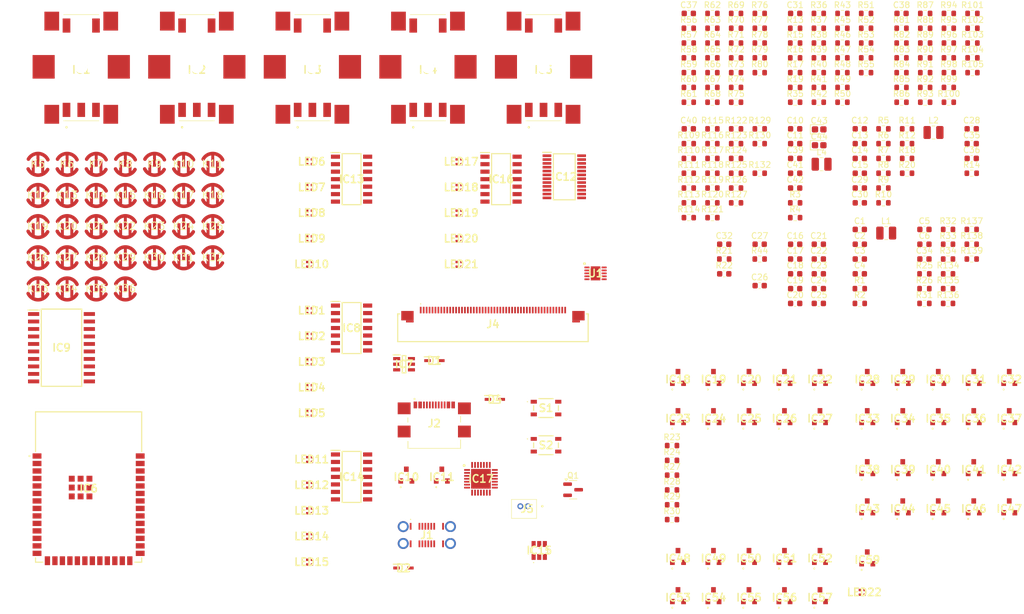
<source format=kicad_pcb>
(kicad_pcb (version 20240108) (generator "pcbnew") (generator_version "8.0")
  (layers (0 "F.Cu" signal) (31 "B.Cu" signal) (34 "B.Paste" user) (35 "F.Paste" user) (36 "B.SilkS" user "B.Silkscreen") (37 "F.SilkS" user "F.Silkscreen") (38 "B.Mask" user) (39 "F.Mask" user) (44 "Edge.Cuts" user))
  (net 0 "")
  (net 1 "Net-(D1-A)")
  (net 2 "/LCD/LEDA")
  (net 3 "GND")
  (net 7 "VSS")
  (net 8 "/LCD/NC")
  (net 9 "/LCD/LEDK1")
  (net 10 "/LCD/IOVCC")
  (net 11 "/LCD/SDO")
  (net 15 "Net-(IC17-TXD)")
  (net 16 "Net-(IC17-VBUS)")
  (net 22 "Net-(IC17-RXD)")
  (net 23 "Net-(IC17-SUSPENDB)")
  (net 27 "K40")
  (net 28 "K41")
  (net 29 "Net-(IC7-FB)")
  (net 30 "Net-(IC7-OV)")
  (net 31 "G3")
  (net 32 "LCD_CS")
  (net 33 "B1")
  (net 34 "G5")
  (net 35 "LCD_SDA")
  (net 36 "LCD_SCK")
  (net 37 "B3")
  (net 38 "R4")
  (net 39 "B4")
  (net 40 "HSYNC")
  (net 41 "R5")
  (net 42 "B5")
  (net 43 "PCLK")
  (net 44 "R2")
  (net 45 "R3")
  (net 46 "LCD_RST")
  (net 47 "G4")
  (net 48 "G1")
  (net 49 "B2")
  (net 50 "VSYNC")
  (net 51 "G2")
  (net 52 "DE")
  (net 53 "R1")
  (net 54 "RXD0")
  (net 55 "TXD0")
  (net 56 "CHIP_PU")
  (net 57 "BOOT")
  (net 58 "BAT_ADC")
  (net 59 "BL_PWM")
  (net 60 "SDA")
  (net 61 "SCL")
  (net 62 "EN_A0")
  (net 63 "EN_B0")
  (net 64 "K0")
  (net 65 "P4")
  (net 66 "K1")
  (net 67 "K2")
  (net 68 "K3")
  (net 69 "K4")
  (net 75 "OE")
  (net 77 "/LCD/B0")
  (net 78 "/LCD/R0")
  (net 81 "D_P")
  (net 82 "D_N")
  (net 83 "Net-(J1-CC1)")
  (net 84 "Net-(J1-CC2)")
  (net 89 "/UART/USB_DP")
  (net 90 "Net-(J2-PadB5)")
  (net 91 "Net-(J2-PadA5)")
  (net 92 "/UART/USB_DN")
  (net 93 "/UART/DTR")
  (net 95 "/UART/RTS")
  (net 97 "Net-(IC17-RSTB)")
  (net 100 "Net-(IC10-B)")
  (net 101 "Net-(IC10-C)")
  (net 102 "Net-(IC11-B)")
  (net 103 "Net-(IC11-C)")
  (net 108 "+3V3")
  (net 109 "EN_B1")
  (net 110 "EN_A1")
  (net 111 "EN_B2")
  (net 112 "EN_A2")
  (net 113 "EN_A3")
  (net 114 "EN_B3")
  (net 115 "EN_A4")
  (net 116 "EN_B4")
  (net 117 "Net-(IC12-~{INT})")
  (net 118 "Net-(IC7-CTRL)")
  (net 119 "G0")
  (net 120 "VBUS")
  (net 121 "/Battery/VBAT")
  (net 125 "K00")
  (net 126 "K01")
  (net 127 "K02")
  (net 128 "K03")
  (net 129 "K04")
  (net 130 "K42")
  (net 131 "K43")
  (net 132 "K44")
  (net 133 "Net-(LED1-B)")
  (net 134 "Net-(LED2-B)")
  (net 135 "Net-(LED3-B)")
  (net 136 "Net-(LED4-B)")
  (net 137 "Net-(LED5-B)")
  (net 138 "Net-(IC18-B)")
  (net 139 "Net-(IC18-E)")
  (net 140 "Net-(IC19-C)")
  (net 141 "Net-(IC19-E)")
  (net 142 "Net-(IC20-E)")
  (net 143 "Net-(IC20-B)")
  (net 144 "Net-(IC21-E)")
  (net 145 "Net-(IC21-C)")
  (net 146 "Net-(IC22-B)")
  (net 147 "Net-(IC22-E)")
  (net 148 "Net-(IC23-C)")
  (net 149 "Net-(IC23-E)")
  (net 150 "Net-(IC24-B)")
  (net 151 "Net-(IC24-E)")
  (net 152 "Net-(IC25-E)")
  (net 153 "Net-(IC25-C)")
  (net 154 "Net-(IC26-E)")
  (net 155 "Net-(IC26-B)")
  (net 156 "/LED1/P02")
  (net 157 "/LED1/P00")
  (net 158 "+3.3V")
  (net 159 "P0")
  (net 160 "/LED1/P04")
  (net 161 "/LED1/P01")
  (net 162 "/LED1/P03")
  (net 163 "P2")
  (net 164 "K30")
  (net 165 "P1")
  (net 166 "/LED2/P14")
  (net 169 "/LED2/P12")
  (net 170 "/LED2/P11")
  (net 171 "/LED2/P10")
  (net 173 "/LED2/P13")
  (net 174 "/LED3/P21")
  (net 175 "/LED3/P22")
  (net 176 "/LED3/P23")
  (net 179 "/LED3/P20")
  (net 180 "/LED3/P24")
  (net 182 "Net-(IC15-SW)")
  (net 183 "Net-(IC15-BST)")
  (net 186 "/LED5/P43")
  (net 187 "/LED5/P40")
  (net 188 "/LED5/P42")
  (net 189 "/LED5/P41")
  (net 191 "/LED5/P44")
  (net 192 "K10")
  (net 193 "K11")
  (net 194 "K12")
  (net 195 "K13")
  (net 196 "K14")
  (net 197 "K20")
  (net 198 "K21")
  (net 199 "K22")
  (net 200 "K23")
  (net 201 "K24")
  (net 202 "Net-(K35-P)")
  (net 203 "Net-(LED6-B)")
  (net 204 "Net-(LED7-B)")
  (net 205 "Net-(LED8-B)")
  (net 206 "Net-(LED9-B)")
  (net 207 "Net-(LED10-B)")
  (net 208 "Net-(LED11-B)")
  (net 209 "Net-(LED12-B)")
  (net 210 "Net-(LED13-B)")
  (net 211 "Net-(LED14-B)")
  (net 212 "Net-(LED15-B)")
  (net 213 "Net-(IC27-C)")
  (net 214 "Net-(LED17-B)")
  (net 215 "Net-(LED18-B)")
  (net 216 "Net-(LED19-B)")
  (net 217 "Net-(LED20-B)")
  (net 218 "Net-(LED21-B)")
  (net 219 "Net-(IC27-E)")
  (net 220 "Net-(IC28-B)")
  (net 221 "Net-(IC28-E)")
  (net 222 "Net-(IC29-C)")
  (net 223 "Net-(IC29-E)")
  (net 224 "Net-(IC30-E)")
  (net 225 "Net-(IC30-B)")
  (net 226 "Net-(IC31-C)")
  (net 227 "Net-(IC31-E)")
  (net 228 "Net-(IC32-E)")
  (net 229 "Net-(IC32-B)")
  (net 230 "Net-(IC33-C)")
  (net 231 "Net-(IC33-E)")
  (net 232 "Net-(IC34-E)")
  (net 233 "Net-(IC34-B)")
  (net 234 "Net-(IC35-E)")
  (net 235 "Net-(IC35-C)")
  (net 236 "Net-(IC36-B)")
  (net 237 "Net-(IC36-E)")
  (net 238 "Net-(IC37-C)")
  (net 239 "Net-(IC37-E)")
  (net 240 "Net-(IC38-E)")
  (net 241 "Net-(IC38-B)")
  (net 242 "Net-(IC39-C)")
  (net 243 "Net-(IC39-E)")
  (net 244 "Net-(IC40-E)")
  (net 245 "Net-(IC40-B)")
  (net 246 "Net-(IC41-C)")
  (net 247 "Net-(IC41-E)")
  (net 248 "Net-(IC42-E)")
  (net 249 "Net-(IC42-B)")
  (net 250 "Net-(IC43-C)")
  (net 251 "Net-(IC43-E)")
  (net 252 "Net-(IC44-B)")
  (net 253 "Net-(IC44-E)")
  (net 254 "Net-(IC45-C)")
  (net 255 "Net-(IC45-E)")
  (net 256 "Net-(IC46-B)")
  (net 257 "Net-(IC46-E)")
  (net 258 "Net-(IC47-C)")
  (net 259 "Net-(IC47-E)")
  (net 260 "Net-(IC48-B)")
  (net 261 "Net-(IC48-E)")
  (net 262 "Net-(IC49-E)")
  (net 263 "Net-(IC49-C)")
  (net 264 "Net-(IC50-E)")
  (net 265 "Net-(IC50-B)")
  (net 266 "Net-(IC51-E)")
  (net 267 "Net-(IC51-C)")
  (net 268 "Net-(IC52-B)")
  (net 269 "Net-(IC52-E)")
  (net 270 "Net-(IC53-E)")
  (net 271 "Net-(IC53-C)")
  (net 272 "Net-(IC54-B)")
  (net 273 "Net-(IC54-E)")
  (net 274 "Net-(IC55-C)")
  (net 275 "Net-(IC55-E)")
  (net 276 "Net-(IC56-B)")
  (net 277 "Net-(IC56-E)")
  (net 278 "Net-(IC57-C)")
  (net 279 "Net-(IC57-E)")
  (net 280 "Net-(IC59-C)")
  (net 281 "Net-(IC59-E)")
  (net 282 "Net-(IC59-B)")
  (net 283 "Net-(LED22-B)")
  (net 288 "Net-(U1-SW)")
  (net 289 "Net-(U1-PMID)")
  (net 290 "Net-(U1-ISET)")
  (net 291 "Net-(C15-Pad1)")
  (footprint "Resistor_SMD:R_0603_1608Metric" (layer "F.Cu") (at 185.935 46.47)
    (property "Reference" "R80")
    (property "Value" "4.7K")
  )
  (footprint "Capacitor_SMD:C_0603_1608Metric" (layer "F.Cu") (at 195.955 83.1)
    (property "Reference" "C24")
    (property "Value" "10nF")
  )
  (footprint "Beispiel_Schaltmatte_LED:TASTE_GROSS" (layer "F.Cu") (at 73.389999 77.790129)
    (property "Reference" "K28")
    (property "Value" "TASTE_GROSS")
  )
  (footprint "Resistor_SMD:R_0603_1608Metric" (layer "F.Cu") (at 206.915 61.02)
    (property "Reference" "R7")
    (property "Value" "NC/0R")
  )
  (footprint "Capacitor_SMD:C_0603_1608Metric" (layer "F.Cu") (at 202.905 58.51)
    (property "Reference" "C13")
    (property "Value" "1uF")
  )
  (footprint "Capacitor_SMD:C_0603_1608Metric" (layer "F.Cu") (at 213.865 78.08)
    (property "Reference" "C34")
    (property "Value" "1uF")
  )
  (footprint "Resistor_SMD:R_0603_1608Metric" (layer "F.Cu") (at 181.925 63.53)
    (property "Reference" "R125")
    (property "Value" "4.7K")
  )
  (footprint "LTRBR37G-4R4S-0125-0-2-R18:LTRBR37G4R4S012502R18" (layer "F.Cu") (at 109.59 78.985)
    (property "Reference" "LED10")
    (property "Value" "LTRBR37G-4R4S-0125-0-2-R18" (hide yes))
  )
  (footprint "Capacitor_SMD:C_0603_1608Metric" (layer "F.Cu") (at 202.905 75.57)
    (property "Reference" "C2")
    (property "Value" "1uF")
  )
  (footprint "Resistor_SMD:R_0603_1608Metric" (layer "F.Cu") (at 173.905 61.02)
    (property "Reference" "R110")
    (property "Value" "4.7K")
  )
  (footprint "Beispiel_Schaltmatte_LED:TASTE_GROSS" (layer "F.Cu") (at 73.389999 67.224341)
    (property "Reference" "K14")
    (property "Value" "TASTE_GROSS")
  )
  (footprint "Capacitor_SMD:C_0603_1608Metric" (layer "F.Cu") (at 191.945 63.53)
    (property "Reference" "C41")
    (property "Value" "100nF/50V")
  )
  (footprint "Beispiel_Schaltmatte_LED:TASTE_GROSS" (layer "F.Cu") (at 63.510001 72.507235)
    (property "Reference" "K19")
    (property "Value" "TASTE_GROSS")
  )
  (footprint "Beispiel_Schaltmatte_LED:TASTE_GROSS" (layer "F.Cu") (at 83.269997 61.941447)
    (property "Reference" "K9")
    (property "Value" "TASTE_GROSS")
  )
  (footprint "L8050QLT1G:L8050QLT1G" (layer "F.Cu") (at 228.25 104.81)
    (property "Reference" "IC37")
    (property "Value" "L8050QLT1G" (hide yes))
  )
  (footprint "Resistor_SMD:R_0603_1608Metric" (layer "F.Cu") (at 173.905 48.98)
    (property "Reference" "R60")
    (property "Value" "4.7K")
  )
  (footprint "Resistor_SMD:R_0603_1608Metric" (layer "F.Cu") (at 171.065 109.715)
    (property "Reference" "R23")
    (property "Value" "4.7K")
  )
  (footprint "L8050QLT1G:L8050QLT1G" (layer "F.Cu") (at 196.15 104.81)
    (property "Reference" "IC27")
    (property "Value" "L8050QLT1G" (hide yes))
  )
  (footprint "Capacitor_SMD:C_0603_1608Metric" (layer "F.Cu") (at 202.905 78.08)
    (property "Reference" "C3")
    (property "Value" "47uF/6.3V")
  )
  (footprint "Resistor_SMD:R_0603_1608Metric" (layer "F.Cu") (at 181.925 43.96)
    (property "Reference" "R72")
    (property "Value" "4.7K")
  )
  (footprint "L8050QLT1G:L8050QLT1G" (layer "F.Cu") (at 172.07 104.81)
    (property "Reference" "IC23")
    (property "Value" "L8050QLT1G" (hide yes))
  )
  (footprint "Resistor_SMD:R_0603_1608Metric" (layer "F.Cu") (at 218.005 36.43)
    (property "Reference" "R94")
    (property "Value" "47R")
  )
  (footprint "Resistor_SMD:R_0603_1608Metric" (layer "F.Cu") (at 202.905 85.61)
    (property "Reference" "R2")
    (property "Value" "100K")
  )
  (footprint "Beispiel_Schaltmatte_LED:TASTE_GROSS" (layer "F.Cu") (at 78.329998 61.941447)
    (property "Reference" "K8")
    (property "Value" "TASTE_GROSS")
  )
  (footprint "Resistor_SMD:R_0603_1608Metric" (layer "F.Cu") (at 203.975 43.96)
    (property "Reference" "R54")
    (property "Value" "47R")
  )
  (footprint "L8050QLT1G:L8050QLT1G" (layer "F.Cu") (at 204.17 128.76)
    (property "Reference" "IC59")
    (property "Value" "L8050QLT1G" (hide yes))
  )
  (footprint "Resistor_SMD:R_0603_1608Metric" (layer "F.Cu") (at 218.005 43.96)
    (property "Reference" "R97")
    (property "Value" "4.7K")
  )
  (footprint "LTRBR37G-4R4S-0125-0-2-R18:LTRBR37G4R4S012502R18" (layer "F.Cu") (at 109.59 112.085)
    (property "Reference" "LED11")
    (property "Value" "LTRBR37G-4R4S-0125-0-2-R18" (hide yes))
  )
  (footprint "Beispiel_Schaltmatte_LED:TASTE_GROSS" (layer "F.Cu") (at 63.510001 77.790129)
    (property "Reference" "K26")
    (property "Value" "TASTE_GROSS")
  )
  (footprint "Beispiel_Schaltmatte_LED:TASTE_GROSS" (layer "F.Cu") (at 78.329998 77.790129)
    (property "Reference" "K29")
    (property "Value" "TASTE_GROSS")
  )
  (footprint "Capacitor_Tantalum_SMD:CP_EIA-1608-08_AVX-J" (layer "F.Cu") (at 196.02 58.78)
    (property "Reference" "C44")
    (property "Value" "100uF/4V")
  )
  (footprint "Resistor_SMD:R_0603_1608Metric" (layer "F.Cu") (at 181.925 38.94)
    (property "Reference" "R70")
    (property "Value" "4.7K")
  )
  (footprint "Resistor_SMD:R_0603_1608Metric" (layer "F.Cu") (at 213.865 83.1)
    (property "Reference" "R26")
    (property "Value" "5.1K")
  )
  (footprint "Capacitor_SMD:C_0603_1608Metric" (layer "F.Cu") (at 179.915 75.57)
    (property "Reference" "C32")
    (property "Value" "1uF")
  )
  (footprint "Beispiel_Schaltmatte_LED:TASTE_GROSS" (layer "F.Cu") (at 73.389999 72.507235)
    (property "Reference" "K21")
    (property "Value" "TASTE_GROSS")
  )
  (footprint "Beispiel_Schaltmatte_LED:TASTE_GROSS" (layer "F.Cu") (at 93.149995 77.790129)
    (property "Reference" "K32")
    (property "Value" "TASTE_GROSS")
  )
  (footprint "Capacitor_Tantalum_SMD:CP_EIA-1608-08_AVX-J" (layer "F.Cu") (at 196.02 56.09)
    (property "Reference" "C43")
    (property "Value" "100uF/4V")
  )
  (footprint "Resistor_SMD:R_0603_1608Metric" (layer "F.Cu") (at 191.945 51.49)
    (property "Reference" "R35")
    (property "Value" "4.7K")
  )
  (footprint "Resistor_SMD:R_0603_1608Metric" (layer "F.Cu") (at 181.925 66.04)
    (property "Reference" "R126")
    (property "Value" "47R")
  )
  (footprint "Resistor_SMD:R_0603_1608Metric" (layer "F.Cu") (at 177.915 66.04)
    (property "Reference" "R119")
    (property "Value" "4.7K")
  )
  (footprint "Beispiel_Schaltmatte_LED:TASTE_GROSS" (layer "F.Cu") (at 83.269997 67.224341)
    (property "Reference" "K16")
    (property "Value" "TASTE_GROSS")
  )
  (footprint "Capacitor_SMD:C_0603_1608Metric" (layer "F.Cu") (at 221.885 58.51)
    (property "Reference" "C35")
    (property "Value" "0.1uF/50V(10%)(NC)")
  )
  (footprint "Resistor_SMD:R_0603_1608Metric" (layer "F.Cu") (at 202.905 83.1)
    (property "Reference" "R1")
    (property "Value" "160K")
  )
  (footprint "Resistor_SMD:R_0603_1608Metric" (layer "F.Cu") (at 213.865 85.61)
    (property "Reference" "R31")
    (property "Value" "10K(1%)")
  )
  (footprint "Resistor_SMD:R_0603_1608Metric" (layer "F.Cu") (at 181.925 51.49)
    (property "Reference" "R75")
    (property "Value" "4.7K")
  )
  (footprint "Beispiel_Schaltmatte_LED:TASTE_GROSS" (layer "F.Cu") (at 68.45 67.224341)
    (property "Reference" "K13")
    (property "Value" "TASTE_GROSS")
  )
  (footprint "Capacitor_SMD:C_0603_1608Metric" (layer "F.Cu") (at 202.905 80.59)
    (property "Reference" "C4")
    (property "Value" "10uF")
  )
  (footprint "Capacitor_SMD:C_0603_1608Metric" (layer "F.Cu") (at 191.945 85.61)
    (property "Reference" "C20")
    (property "Value" "10nF")
  )
  (footprint "Resistor_SMD:R_0603_1608Metric" (layer "F.Cu") (at 191.945 71.06)
    (property "Reference" "R4")
    (property "Value" "100K")
  )
  (footprint "53047-0210:530470210" (layer "F.Cu") (at 146.59 120.01)
    (property "Reference" "J5")
    (property "Value" "53047-0210" (hide yes))
  )
  (footprint "Resistor_SMD:R_0603_1608Metric" (layer "F.Cu") (at 171.065 112.225)
    (property "Reference" "R24")
    (property "Value" "4.7K")
  )
  (footprint "L8050QLT1G:L8050QLT1G" (layer "F.Cu") (at 190.13 135.17)
    (property "Reference" "IC56")
    (property "Value" "L8050QLT1G" (hide yes))
  )
  (footprint "Capacitor_SMD:C_0603_1608Metric" (layer "F.Cu") (at 202.905 63.53)
    (property "Reference" "C15")
    (property "Value" "100nF")
  )
  (footprint "Resistor_SMD:R_0603_1608Metric" (layer "F.Cu") (at 181.925 56)
    (property "Reference" "R122")
    (property "Value" "47R")
  )
  (footprint "L8050QLT1G:L8050QLT1G" (layer "F.Cu") (at 210.19 98.16)
    (property "Reference" "IC29")
    (property "Value" "L8050QLT1G" (hide yes))
  )
  (footprint "CP2102N-A02-GQFN28:QFN50P500X500X80-29N-D" (layer "F.Cu") (at 138.655 115.35)
    (property "Reference" "IC17")
    (property "Value" "CP2102N-A02-GQFN28" (hide yes))
  )
  (footprint "Resistor_SMD:R_0603_1608Metric" (layer "F.Cu") (at 221.885 78.08)
    (property "Reference" "R139")
    (property "Value" "0(1%)")
  )
  (footprint "Resistor_SMD:R_0603_1608Metric" (layer "F.Cu") (at 177.915 68.55)
    (property "Reference" "R120")
    (property "Value" "4.7K")
  )
  (footprint "L8050QLT1G:L8050QLT1G" (layer "F.Cu") (at 190.13 104.81)
    (property "Reference" "IC26")
    (property "Value" "L8050QLT1G" (hide yes))
  )
  (footprint "L8050QLT1G:L8050QLT1G" (layer "F.Cu") (at 196.15 135.17)
    (property "Reference" "IC57")
    (property "Value" "L8050QLT1G" (hide yes))
  )
  (footprint "74LVC30ADJ:SOIC127P600X175-14N" (layer "F.Cu") (at 116.715 115.035)
    (property "Reference" "IC14")
    (property "Value" "74LVC30ADJ" (hide yes))
  )
  (footprint "Resistor_SMD:R_0603_1608Metric" (layer "F.Cu") (at 218.005 46.47)
    (property "Reference" "R98")
    (property "Value" "47R")
  )
  (footprint "L8050QLT1G:L8050QLT1G" (layer "F.Cu") (at 196.15 98.16)
    (property "Reference" "IC22")
    (property "Value" "L8050QLT1G" (hide yes))
  )
  (footprint "Resistor_SMD:R_0603_1608Metric" (layer "F.Cu") (at 206.915 68.55)
    (property "Reference" "R10")
    (property "Value" "5.1K")
  )
  (footprint "Beispiel_Schaltmatte_LED:TASTE_GROSS" (layer "F.Cu") (at 68.45 83.073023)
    (property "Reference" "K34")
    (property "Value" "TASTE_GROSS")
  )
  (footprint "Resistor_SMD:R_0603_1608Metric" (layer "F.Cu") (at 213.995 43.96)
    (property "Reference" "R90")
    (property "Value" "4.7K")
  )
  (footprint "Resistor_SMD:R_0603_1608Metric" (layer "F.Cu") (at 185.935 36.43)
    (property "Reference" "R76")
    (property "Value" "4.7K")
  )
  (footprint "F32Q-1A7H1-11050:F32Q1A7H111050" (layer "F.Cu") (at 140.69 89.735)
    (property "Reference" "J4")
    (property "Value" "F32Q-1A7H1-11050" (hide yes))
  )
  (footprint "Resistor_SMD:R_0603_1608Metric" (layer "F.Cu") (at 213.995 46.47)
    (property "Reference" "R91")
    (property "Value" "4.7K")
  )
  (footprint "Beispiel_Schaltmatte_LED:TASTE_GROSS" (layer "F.Cu") (at 63.510001 67.224341)
    (property "Reference" "K12")
    (property "Value" "TASTE_GROSS")
  )
  (footprint "Beispiel_Schaltmatte_LED:TASTE_GROSS" (layer "F.Cu") (at 83.269997 72.507235)
    (property "Reference" "K23")
    (property "Value" "TASTE_GROSS")
  )
  (footprint "ESP32-S3-WROOM-2-N32R8V:ESP32S3WROOM2N32R8V" (layer "F.Cu") (at 72.12 116.745)
    (property "Reference" "IC6")
    (property "Value" "ESP32-S3-WROOM-2-N32R8V" (hide yes))
  )
  (footprint "Resistor_SMD:R_0603_1608Metric" (layer "F.Cu") (at 173.905 58.51)
    (property "Reference" "R109")
    (property "Value" "4.7K")
  )
  (footprint "Resistor_SMD:R_0603_1608Metric" (layer "F.Cu") (at 195.955 41.45)
    (property "Reference" "R38")
    (property "Value" "47R")
  )
  (footprint "Capacitor_SMD:C_0603_1608Metric" (layer "F.Cu") (at 195.955 80.59)
    (property "Reference" "C23")
    (property "Value" "10nF")
  )
  (footprint "LTRBR37G-4R4S-0125-0-2-R18:LTRBR37G4R4S012502R18" (layer "F.Cu") (at 109.59 104.235)
    (property "Reference" "LED5")
    (property "Value" "LTRBR37G-4R4S-0125-0-2-R18" (hide yes))
  )
  (footprint "Resistor_SMD:R_0603_1608Metric" (layer "F.Cu") (at 218.005 51.49)
    (property "Reference" "R100")
    (property "Value" "4.7K")
  )
  (footprint "Resistor_SMD:R_0603_1608Metric" (layer "F.Cu") (at 222.015 38.94)
    (property "Reference" "R102")
    (property "Value" "4.7K")
  )
  (footprint "L8050QLT1G:L8050QLT1G" (layer "F.Cu") (at 222.23 104.81)
    (property "Reference" "IC36")
    (property "Value" "L8050QLT1G" (hide yes))
  )
  (footprint "L8050QLT1G:L8050QLT1G" (layer "F.Cu") (at 228.25 98.16)
    (property "Reference" "IC32")
    (property "Value" "L8050QLT1G" (hide yes))
  )
  (footprint "Beispiel_Schaltmatte_LED:TASTE_GROSS" (layer "F.Cu") (at 88.209996 61.941447)
    (property "Reference" "K10")
    (property "Value" "TASTE_GROSS")
  )
  (footprint "Beispiel_Schaltmatte_LED:TASTE_GROSS" (layer "F.Cu") (at 88.209996 67.224341)
    (property "Reference" "K17")
    (property "Value" "TASTE_GROSS")
  )
  (footprint "Resistor_SMD:R_0603_1608Metric" (layer "F.Cu") (at 191.945 41.45)
    (property "Reference" "R15")
    (property "Value" "4.7K")
  )
  (footprint "L8050QLT1G:L8050QLT1G" (layer "F.Cu") (at 204.17 113.46)
    (property "Reference" "IC38")
    (property "Value" "L8050QLT1G" (hide yes))
  )
  (footprint "Resistor_SMD:R_0603_1608Metric" (layer "F.Cu") (at 199.965 43.96)
    (property "Reference" "R47")
    (property "Value" "4.7K")
  )
  (footprint "Beispiel_Schaltmatte_LED:TASTE_GROSS" (layer "F.Cu") (at 78.329998 72.507235)
    (property "Reference" "K22")
    (property "Value" "TASTE_GROSS")
  )
  (footprint "LTRBR37G-4R4S-0125-0-2-R18:LTRBR37G4R4S012502R18" (layer "F.Cu") (at 134.94 78.985)
    (property "Reference" "LED21")
    (property "Value" "LTRBR37G-4R4S-0125-0-2-R18" (hide yes))
  )
  (footprint "Capacitor_SMD:C_0603_1608Metric" (layer "F.Cu") (at 195.955 78.08)
    (property "Reference" "C22")
    (property "Value" "10nF")
  )
  (footprint "Resistor_SMD:R_0603_1608Metric" (layer "F.Cu") (at 173.905 63.53)
    (property "Reference" "R111")
    (property "Value" "47R")
  )
  (footprint "Resistor_SMD:R_0603_1608Metric" (layer "F.Cu") (at 179.915 78.08)
    (property "Reference" "R21")
    (property "Value" "5.1K")
  )
  (footprint "Resistor_SMD:R_0603_1608Metric" (layer "F.Cu") (at 203.975 36.43)
    (property "Reference" "R51")
    (property "Value" "4.7K")
  )
  (footprint "Resistor_SMD:R_0603_1608Metric" (layer "F.Cu") (at 177.915 61.02)
    (property "Reference" "R117")
    (property "Value" "47R")
  )
  (footprint "Resistor_SMD:R_0603_1608Metric" (layer "F.Cu") (at 177.915 36.43)
    (property "Reference" "R62")
    (property "Value" "4.7K")
  )
  (footprint "LTRBR37G-4R4S-0125-0-2-R18:LTRBR37G4R4S012502R18" (layer "F.Cu") (at 109.59 125.135)
    (property "Reference" "LED14")
    (property "Value" "LTRBR37G-4R4S-0125-0-2-R18" (hide yes))
  )
  (footprint "Beispiel_Schaltmatte_LED:TASTE_GROSS" (layer "F.Cu") (at 78.329998 83.073023)
    (property "Reference" "K36")
    (property "Value" "TASTE_GROSS")
  )
  (footprint "PEC11S-9215F-S0015:PEC11S9215FS0015" (layer "F.Cu") (at 129.67 45.635)
    (property "Reference" "IC4")
    (property "Value" "PEC11S-9215F-S0015" (hide yes))
  )
  (footprint "LTRBR37G-4R4S-0125-0-2-R18:LTRBR37G4R4S012502R18" (layer "F.Cu") (at 109.59 116.435)
    (property "Reference" "LED12")
    (property "Value" "LTRBR37G-4R4S-0125-0-2-R18" (hide yes))
  )
  (footprint "Resistor_SMD:R_0603_1608Metric" (layer "F.Cu") (at 209.985 51.49)
    (property "Reference" "R86")
    (property "Value" "4.7K")
  )
  (footprint "Beispiel_Schaltmatte_LED:TASTE_GROSS" (layer "F.Cu") (at 88.209996 72.507235)
    (property "Reference" "K24")
    (property "Value" "TASTE_GROSS")
  )
  (footprint "Resistor_SMD:R_0603_1608Metric" (layer "F.Cu") (at 206.915 66.04)
    (property "Reference" "R9")
    (property "Value" "91K")
  )
  (footprint "Beispiel_Schaltmatte_LED:TASTE_GROSS" (layer "F.Cu") (at 68.45 77.790129)
    (property "Reference" "K27")
    (property "Value" "TASTE_GROSS")
  )
  (footprint "Resistor_SMD:R_0603_1608Metric" (layer "F.Cu") (at 177.915 46.47)
    (property "Reference" "R66")
    (property "Value" "4.7K")
  )
  (footprint "Capacitor_SMD:C_0603_1608Metric" (layer "F.Cu") (at 191.945 36.43)
    (property "Reference" "C31")
    (property "Value" "100nF")
  )
  (footprint "Beispiel_Schaltmatte_LED:TASTE_GROSS" (layer "F.Cu") (at 93.149995 61.941447)
    (property "Reference" "K11")
    (property "Value" "TASTE_GROSS")
  )
  (footprint "Capacitor_SMD:C_0603_1608Metric" (layer "F.Cu") (at 195.955 85.61)
    (property "Reference" "C25")
    (property "Value" "10nF")
  )
  (footprint "LTRBR37G-4R4S-0125-0-2-R18:LTRBR37G4R4S012502R18" (layer "F.Cu") (at 109.59 61.585)
    (property "Reference" "LED6")
    (property "Value" "LTRBR37G-4R4S-0125-0-2-R18" (hide yes))
  )
  (footprint "PEC11S-9215F-S0015:PEC11S9215FS0015" (layer "F.Cu") (at 149.27 45.635)
    (property "Reference" "IC5")
    (property "Value" "PEC11S-9215F-S0015" (hide yes))
  )
  (footprint "Resistor_SMD:R_0603_1608Metric" (layer "F.Cu") (at 221.885 63.53)
    (property "Reference" "R14")
    (property "Value" "10K(1%)")
  )
  (footprint "Resistor_SMD:R_0603_1608Metric" (layer "F.Cu") (at 191.945 48.98)
    (property "Reference" "R19")
    (property "Value" "47R")
  )
  (footprint "Capacitor_SMD:C_0603_1608Metric" (layer "F.Cu") (at 173.905 36.43)
    (property "Reference" "C37")
    (property "Value" "100nF")
  )
  (footprint "Resistor_SMD:R_0603_1608Metric" (layer "F.Cu") (at 177.915 41.45)
    (property "Reference" "R64")
    (property "Value" "47R")
  )
  (footprint "Capacitor_SMD:C_0603_1608Metric" (layer "F.Cu") (at 185.925 75.57)
    (property "Reference" "C27")
    (property "Value" "100nF")
  )
  (footprint "L8050QLT1G:L8050QLT1G" (layer "F.Cu") (at 190.13 98.16)
    (property "Reference" "IC21")
    (property "Value" "L8050QLT1G" (hide yes))
  )
  (footprint "L8050QLT1G:L8050QLT1G" (layer "F.Cu") (at 222.23 98.16)
    (property "Reference" "IC31")
    (property "Value" "L8050QLT1G" (hide yes))
  )
  (footprint "L8050QLT1G:L8050QLT1G" (layer "F.Cu") (at 216.21 104.81)
    (property "Reference" "IC35")
    (property "Value" "L8050QLT1G" (hide yes))
  )
  (footprint "NTC013-AT1J-A160T:NTC013AT1JA160T" (layer "F.Cu") (at 149.69 109.655)
    (property "Reference" "S2")
    (property "Value" "NTC013-AT1J-A160T" (hide yes))
  )
  (footprint "L8050QLT1G:L8050QLT1G" (layer "F.Cu") (at 172.07 98.16)
    (property "Reference" "IC18")
    (property "Value" "L8050QLT1G" (hide yes))
  )
  (footprint "Beispiel_Schaltmatte_LED:TASTE_GROSS" (layer "F.Cu") (at 73.389999 83.073023)
    (property "Reference" "K35")
    (property "Value" "TASTE_GROSS")
  )
  (footprint "L8050QLT1G:L8050QLT1G" (layer "F.Cu") (at 178.09 128.52)
    (property "Reference" "IC49")
    (property "Value" "L8050QLT1G" (hide yes))
  )
  (footprint "PEC11S-9215F-S0015:PEC11S9215FS0015" (layer "F.Cu") (at 110.07 45.635)
    (property "Reference" "IC3")
    (property "Value" "PEC11S-9215F-S0015" (hide yes))
  )
  (footprint "Capacitor_SMD:C_0603_1608Metric" (layer "F.Cu") (at 173.905 56)
    (property "Reference" "C40")
    (property "Value" "100nF")
  )
  (footprint "Resistor_SMD:R_0603_1608Metric" (layer "F.Cu") (at 181.925 41.45)
    (property "Reference" "R71")
    (property "Value" "4.7K")
  )
  (footprint "Inductor_SMD:L_1008_2520Metric" (layer "F.Cu") (at 196.425 62)
    (property "Reference" "L4")
    (property "Value" "SRP2510A-4R7M")
  )
  (footprint "LTRBR37G-4R4S-0125-0-2-R18:LTRBR37G4R4S012502R18" (layer "F.Cu") (at 134.94 74.635)
    (property "Reference" "LED20")
    (property "Value" "LTRBR37G-4R4S-0125-0-2-R18" (hide yes))
  )
  (footprint "Resistor_SMD:R_0603_1608Metric" (layer "F.Cu") (at 199.965 36.43)
    (property "Reference" "R43")
    (property "Value" "47R")
  )
  (footprint "Resistor_SMD:R_0603_1608Metric" (layer "F.Cu") (at 213.995 51.49)
    (property "Reference" "R93")
    (property "Value" "47R")
  )
  (footprint "Resistor_SMD:R_0603_1608Metric" (layer "F.Cu") (at 217.875 73.06)
    (property "Reference" "R32")
    (property "Value" "10K(1%)")
  )
  (footprint "Capacitor_SMD:C_0603_1608Metric" (layer "F.Cu") (at 202.905 68.55)
    (property "Reference" "C30")
    (property "Value" "1uF")
  )
  (footprint "Resistor_SMD:R_0603_1608Metric" (layer "F.Cu") (at 210.925 58.51)
    (property "Reference" "R12")
    (property "Value" "NC/0R")
  )
  (footprint "L8050QLT1G:L8050QLT1G" (layer "F.Cu") (at 222.23 120.11)
    (property "Reference" "IC46")
    (property "Value" "L8050QLT1G" (hide yes))
  )
  (footprint "Capacitor_SMD:C_0603_1608Metric" (layer "F.Cu") (at 202.905 56)
    (property "Reference" "C12")
    (property "Value" "10uF")
  )
  (footprint "Resistor_SMD:R_0603_1608Metric" (layer "F.Cu") (at 199.965 46.47)
    (property "Reference" "R48")
    (property "Value" "4.7K")
  )
  (footprint "Resistor_SMD:R_0603_1608Metric" (layer "F.Cu") (at 177.915 63.53)
    (property "Reference" "R118")
    (property "Value" "4.7K")
  )
  (footprint "Capacitor_SMD:C_0603_1608Metric" (layer "F.Cu") (at 185.925 82.59)
    (property "Reference" "C26")
    (property "Value" "1uF")
  )
  (footprint "Capacitor_SMD:C_0603_1608Metric" (layer "F.Cu") (at 179.915 80.59)
    (property "Reference" "R22")
    (property "Value" "5.1K")
  )
  (footprint "Resistor_SMD:R_0603_1608Metric" (layer "F.Cu") (at 173.905 46.47)
    (property "Reference" "R59")
    (property "Value" "47R")
  )
  (footprint "Resistor_SMD:R_0603_1608Metric" (layer "F.Cu") (at 222.015 46.47)
    (property "Reference" "R105")
    (property "Value" "4.7K")
  )
  (footprint "Resistor_SMD:R_0603_1608Metric" (layer "F.Cu") (at 173.905 51.49)
    (property "Reference" "R61")
    (property "Value" "4.7K")
  )
  (footprint "Capacitor_SMD:C_0603_1608Metric" (layer "F.Cu") (at 191.945 56)
    (property "Reference" "C10")
    (property "Value" "100nF")
  )
  (footprint "L8050QLT1G:L8050QLT1G" (layer "F.Cu") (at 132.02 114.725)
    (property "Reference" "IC11")
    (property "Value" "L8050QLT1G" (hide yes))
  )
  (footprint "Resistor_SMD:R_0603_1608Metric" (layer "F.Cu") (at 185.935 43.96)
    (property "Reference" "R79")
    (property "Value" "47R")
  )
  (footprint "L8050QLT1G:L8050QLT1G" (layer "F.Cu") (at 184.11 128.52)
    (property "Reference" "IC50")
    (property "Value" "L8050QLT1G" (hide yes))
  )
  (footprint "Capacitor_SMD:C_0603_1608Metric" (layer "F.Cu") (at 202.905 73.06)
    (property "Reference" "C1")
    (property "Value" "1uF")
  )
  (footprint "Package_TO_SOT_SMD:SOT-23" (layer "F.Cu") (at 154.285 117.205)
    (property "Reference" "Q1")
    (property "Value" "AO3401A")
  )
  (footprint "L8050QLT1G:L8050QLT1G" (layer "F.Cu") (at 172.07 135.17)
    (property "Reference" "IC53")
    (property "Value" "L8050QLT1G" (hide yes))
  )
  (footprint "Resistor_SMD:R_0603_1608Metric" (layer "F.Cu") (at 171.065 119.755)
    (property "Reference" "R29")
    (property "Value" "47R")
  )
  (footprint "Resistor_SMD:R_0603_1608Metric" (layer "F.Cu") (at 191.945 38.94)
    (property "Reference" "R13")
    (property "Value" "4.7K")
  )
  (footprint "L8050QLT1G:L8050QLT1G" (layer "F.Cu") (at 196.15 128.52)
    (property "Reference" "IC52")
    (property "Value" "L8050QLT1G" (hide yes))
  )
  (footprint "Beispiel_Schaltmatte_LED:TASTE_GROSS" (layer "F.Cu") (at 93.149995 72.507235)
    (property "Reference" "K25")
    (property "Value" "TASTE_GROSS")
  )
  (footprint "Resistor_SMD:R_0603_1608Metric" (layer "F.Cu") (at 209.985 43.96)
    (property "Reference" "R83")
    (property "Value" "47R")
  )
  (footprint "Resistor_SMD:R_0603_1608Metric" (layer "F.Cu") (at 221.885 73.06)
    (property "Reference" "R137")
    (property "Value" "10K(1%)(NC)")
  )
  (footprint "Resistor_SMD:R_0603_1608Metric" (layer "F.Cu") (at 210.925 56)
    (property "Reference" "R11")
    (property "Value" "5R1")
  )
  (footprint "L8050QLT1G:L8050QLT1G" (layer "F.Cu") (at 228.25 120.11)
    (property "Reference" "IC47")
    (property "Value" "L8050QLT1G" (hide yes))
  )
  (footprint "LTRBR37G-4R4S-0125-0-2-R18:LTRBR37G4R4S012502R18" (layer "F.Cu") (at 134.94 65.935)
    (property "Reference" "LED18")
    (property "Value" "LTRBR37G-4R4S-0125-0-2-R18" (hide yes))
  )
  (footprint "L8050QLT1G:L8050QLT1G" (layer "F.Cu") (at 216.21 98.16)
    (property "Reference" "IC30")
    (property "Value" "L8050QLT1G" (hide yes))
  )
  (footprint "Resistor_SMD:R_0603_1608Metric" (layer "F.Cu") (at 199.965 51.49)
    (property "Reference" "R50")
    (property "Value" "47R")
  )
  (footprint "USB4110-GF-A:USB4110GFA" (layer "F.Cu") (at 130.74 106.505)
    (property "Reference" "J2")
    (property "Value" "USB4110-GF-A" (hide yes))
  )
  (footprint "L8050QLT1G:L8050QLT1G" (layer "F.Cu") (at 216.21 113.46)
    (property "Reference" "IC40")
    (property "Value" "L8050QLT1G" (hide yes))
  )
  (footprint "PEC11S-9215F-S0015:PEC11S9215FS0015" (layer "F.Cu") (at 90.47 45.635)
    (property "Reference" "IC2")
    (property "Value" "PEC11S-9215F-S0015" (hide yes))
  )
  (footprint "L8050QLT1G:L8050QLT1G" (layer "F.Cu") (at 204.17 104.81)
    (property "Reference" "IC33")
    (property "Value" "L8050QLT1G" (hide yes))
  )
  (footprint "L8050QLT1G:L8050QLT1G" (layer "F.Cu") (at 190.13 128.52)
    (property "Reference" "IC51")
    (property "Value" "L8050QLT1G" (hide yes))
  )
  (footprint "Resistor_SMD:R_0603_1608Metric" (layer "F.Cu") (at 218.005 41.45)
    (property "Reference" "R96")
    (property "Value" "4.7K")
  )
  (footprint "Resistor_SMD:R_0603_1608Metric" (layer "F.Cu") (at 213.865 80.59)
    (property "Reference" "R25")
    (property "Value" "5.1K")
  )
  (footprint "Resistor_SMD:R_0603_1608Metric" (layer "F.Cu") (at 203.975 46.47)
    (property "Reference" "R55")
    (property "Value" "47R")
  )
  (footprint "Resistor_SMD:R_0603_1608Metric" (layer "F.Cu") (at 199.965 41.45)
    (property "Reference" "R46")
    (property "Value" "4.7K")
  )
  (footprint "Resistor_SMD:R_0603_1608Metric" (layer "F.Cu") (at 191.945 46.47)
    (property "Reference" "R17")
    (property "Value" "47R")
  )
  (footprint "Resistor_SMD:R_0603_1608Metric" (layer "F.Cu") (at 213.995 41.45)
    (property "Reference" "R89")
    (property "Value" "47R")
  )
  (footprint "ET6096:SON50P300X300X90-11N" (layer "F.Cu") (at 158.09 80.51)
    (property "Reference" "U1")
    (property "Value" "ETA6096" (hide yes))
  )
  (footprint "Resistor_SMD:R_0603_1608Metric" (layer "F.Cu") (at 185.935 63.53)
    (property "Reference" "R132")
    (property "Value" "47R")
  )
  (footprint "Resistor_SMD:R_0603_1608Metric" (layer "F.Cu") (at 210.925 63.53)
    (property "Reference" "R20")
    (property "Value" "0R")
  )
  (footprint "Resistor_SMD:R_0603_1608Metric" (layer "F.Cu") (at 195.955 43.96)
    (property "Reference" "R39")
    (property "Value" "47R")
  )
  (footprint "LTRBR37G-4R4S-0125-0-2-R18:LTRBR37G4R4S012502R18" (layer "F.Cu") (at 134.94 61.585)
    (property "Reference" "LED17")
    (property "Value" "LTRBR37G-4R4S-0125-0-2-R18" (hide yes))
  )
  (footprint "Resistor_SMD:R_0603_1608Metric" (layer "F.Cu") (at 181.925 48.98)
    (property "Reference" "R74")
    (property "Value" "47R")
  )
  (footprint "L8050QLT1G:L8050QLT1G" (layer "F.Cu") (at 204.17 120.11)
    (property "Reference" "IC43")
    (property "Value" "L8050QLT1G" (hide yes))
  )
  (footprint "Resistor_SMD:R_0603_1608Metric" (layer "F.Cu") (at 213.995 48.98)
    (property "Reference" "R92")
    (property "Value" "4.7K")
  )
  (footprint "Resistor_SMD:R_0603_1608Metric" (layer "F.Cu") (at 221.885 75.57)
    (property "Reference" "R138")
    (property "Value" "0(1%)")
  )
  (footprint "Beispiel_Schaltmatte_LED:TASTE_GROSS" (layer "F.Cu") (at 73.389999 61.941447)
    (property "Reference" "K7")
    (property "Value" "TASTE_GROSS")
  )
  (footprint "L8050QLT1G:L8050QLT1G" (layer "F.Cu") (at 216.21 120.11)
    (property "Reference" "IC45")
    (property "Value" "L8050QLT1G" (hide yes))
  )
  (footprint "USB4145-03-0230-C:USB4145030230C" (layer "F.Cu") (at 129.478 124.892)
    (property "Reference" "J1")
    (property "Value" "USB4145-03-0230-C" (hide yes))
  )
  (footprint "Resistor_SMD:R_0603_1608Metric" (layer "F.Cu") (at 222.015 43.96)
    (property "Reference" "R104")
    (property "Value" "47R")
  )
  (footprint "L8050QLT1G:L8050QLT1G" (layer "F.Cu") (at 228.25 113.46)
    (property "Reference" "IC42")
    (property "Value" "L8050QLT1G" (hide yes))
  )
  (footprint "Resistor_SMD:R_0603_1608Metric" (layer "F.Cu") (at 206.915 58.51)
    (property "Reference" "R6")
    (property "Value" "0R")
  )
  (footprint "Resistor_SMD:R_0603_1608Metric" (layer "F.Cu") (at 206.915 56)
    (property "Reference" "R5")
    (property "Value" "100K")
  )
  (footprint "Beispiel_Schaltmatte_LED:TASTE_GROSS" (layer "F.Cu") (at 78.329998 67.224341)
    (property "Reference" "K15")
    (property "Value" "TASTE_GROSS")
  )
  (footprint "Resistor_SMD:R_0603_1608Metric" (layer "F.Cu") (at 218.005 48.98)
    (property "Reference" "R99")
    (property "Value" "47R")
  )
  (footprint "Resistor_SMD:R_0603_1608Metric" (layer "F.Cu") (at 177.915 56)
    (property "Reference" "R115")
    (property "Value" "4.7K")
  )
  (footprint "LTRBR37G-4R4S-0125-0-2-R18:LTRBR37G4R4S012502R18" (layer "F.Cu") (at 109.59 99.885)
    (property "Reference" "LED4")
    (property "Value" "LTRBR37G-4R4S-0125-0-2-R18" (hide yes))
  )
  (footprint "Capacitor_SMD:C_0603_1608Metric" (layer "F.Cu") (at 191.945 83.1)
    (property "Reference" "C19")
    (property "Value" "10nF")
  )
  (footprint "L8050QLT1G:L8050QLT1G" (layer "F.Cu") (at 184.11 98.16)
    (property "Reference" "IC20")
    (property "Value" "L8050QLT1G" (hide yes))
  )
  (footprint "Capacitor_SMD:C_0603_1608Metric" (layer "F.Cu") (at 191.945 61.02)
    (property "Reference" "C39")
    (property "Value" "22uF")
  )
  (footprint "Resistor_SMD:R_0603_1608Metric" (layer "F.Cu") (at 206.915 63.53)
    (property "Reference" "R8")
    (property "Value" "10K")
  )
  (footprint "Resistor_SMD:R_0603_1608Metric" (layer "F.Cu") (at 222.015 41.45)
    (property "Reference" "R103")
    (property "Value" "47R")
  )
  (footprint "Resistor_SMD:R_0603_1608Metric" (layer "F.Cu") (at 191.945 43.96)
    (property "Reference" "R16")
    (property "Value" "4.7K")
  )
  (footprint "Resistor_SMD:R_0603_1608Metric" (layer "F.Cu") (at 171.065 117.245)
    (property "Reference" "R28")
    (property "Value" "47R")
  )
  (footprint "AP63203WU-7:AP63203WU7" (layer "F.Cu") (at 148.54 127.504)
    (property "Reference" "IC15")
    (property "Value" "AP63203WU-7" (hide yes))
  )
  (footprint "Resistor_SMD:R_0603_1608Metric" (layer "F.Cu") (at 171.065 122.265)
    (property "Reference" "R30")
    (property "Value" "4.7K")
  )
  (footprint "Resistor_SMD:R_0603_1608Metric" (layer "F.Cu") (at 181.925 58.51)
    (property "Reference" "R123")
    (property "Value" "4.7K")
  )
  (footprint "Resistor_SMD:R_0603_1608Metric" (layer "F.Cu") (at 222.015 36.43)
    (property "Reference" "R101")
    (property "Value" "4.7K")
  )
  (footprint "Resistor_SMD:R_0603_1608Metric" (layer "F.Cu") (at 181.925 68.55)
    (property "Reference" "R127")
    (property "Value" "47R")
  )
  (footprint "Resistor_SMD:R_0603_1608Metric" (layer "F.Cu") (at 181.925 61.02)
    (property "Reference" "R124")
    (property "Value" "4.7K")
  )
  (footprint "LTRBR37G-4R4S-0125-0-2-R18:LTRBR37G4R4S012502R18" (layer "F.Cu") (at 109.59 65.935)
    (property "Reference" "LED7")
    (property "Value" "LTRBR37G-4R4S-0125-0-2-R18" (hide yes))
  )
  (footprint "Resistor_SMD:R_0603_1608Metric" (layer "F.Cu") (at 195.955 48.98)
    (property "Reference" "R41")
    (property "Value" "4.7K")
  )
  (footprint "Resistor_SMD:R_0603_1608Metric" (layer "F.Cu") (at 185.935 41.45)
    (property "Reference" "R78")
    (property "Value" "47R")
  )
  (footprint "Beispiel_Schaltmatte_LED:TASTE_GROSS" (layer "F.Cu") (at 93.149995 67.224341)
    (property "Reference" "K18")
    (property "Value" "TASTE_GROSS")
  )
  (footprint "Resistor_SMD:R_0603_1608Metric" (layer "F.Cu") (at 217.875 75.57)
    (property "Reference" "R33")
    (property "Value" "0(1%)")
  )
  (footprint "Resistor_SMD:R_0603_1608Metric" (layer "F.Cu") (at 218.005 38.94)
    (property "Reference" "R95")
    (property "Value" "4.7K")
  )
  (footprint "74HC541D:SOIC127P1030X250-20N" (layer "F.Cu") (at 67.52 93.12)
    (property "Reference" "IC9")
    (property "Value" "74HC541D" (hide yes))
  )
  (footprint "Resistor_SMD:R_0603_1608Metric" (layer "F.Cu") (at 173.905 38.94)
    (property "Reference" "R56")
    (property "Value" "4.7K")
  )
  (footprint "LTRBR37G-4R4S-0125-0-2-R18:LTRBR37G4R4S012502R18" (layer "F.Cu") (at 109.59 91.185)
    (property "Reference" "LED2")
    (property "Value" "LTRBR37G-4R4S-0125-0-2-R18" (hide yes))
  )
  (footprint "Resistor_SMD:R_0603_1608Metric" (layer "F.Cu") (at 173.905 68.55)
    (property "Reference" "R113")
    (property "Value" "4.7K")
  )
  (footprint "LTRBR37G-4R4S-0125-0-2-R18:LTRBR37G4R4S012502R18" (layer "F.Cu") (at 109.59 74.635)
    (property "Reference" "LED9")
    (property "Value" "LTRBR37G-4R4S-0125-0-2-R18" (hide yes))
  )
  (footprint "Resistor_SMD:R_0603_1608Metric" (layer "F.Cu") (at 209.985 41.45)
    (property "Reference" "R82")
    (property "Value" "4.7K")
  )
  (footprint "Resistor_SMD:R_0603_1608Metric" (layer "F.Cu") (at 173.905 66.04)
    (property "Reference" "R112")
    (property "Value" "47R")
  )
  (footprint "Resistor_SMD:R_0603_1608Metric" (layer "F.Cu") (at 217.875 78.08)
    (property "Reference" "R34")
    (property "Value" "0(1%)")
  )
  (footprint "Capacitor_SMD:C_0603_1608Metric" (layer "F.Cu") (at 191.945 75.57)
    (property "Reference" "C16")
    (property "Value" "10nF")
  )
  (footprint "Beispiel_Schaltmatte_LED:TASTE_GROSS" (layer "F.Cu") (at 68.45 72.507235)
    (property "Reference" "K20")
    (property "Value" "TASTE_GROSS")
  )
  (footprint "Beispiel_Schaltmatte_LED:TASTE_GROSS" (layer "F.Cu") (at 88.209996 77.790129)
    (property "Reference" "K31")
    (property "Value" "TASTE_GROSS")
  )
  (footprint "Resistor_SMD:R_0603_1608Metric" (layer "F.Cu") (at 177.915 43.96)
    (property "Reference" "R65")
    (property "Value" "4.7K")
  )
  (footprint "L8050QLT1G:L8050QLT1G" (layer "F.Cu") (at 184.11 104.81)
    (property "Reference" "IC25")
    (property "Value" "L8050QLT1G" (hide yes))
  )
  (footprint "Resistor_SMD:R_0603_1608Metric" (layer "F.Cu") (at 195.955 38.94)
    (property "Reference" "R37")
    (property "Value" "4.7K")
  )
  (footprint "Resistor_SMD:R_0603_1608Metric" (layer "F.Cu") (at 177.915 38.94)
    (property "Reference" "R63")
    (property "Value" "47R")
  )
  (footprint "B5819WS:SOD2613X100N" (layer "F.Cu") (at 130.765 95.31)
    (property "Reference" "D1")
    (property "Value" "B5819WS" (hide yes))
  )
  (footprint "Resistor_SMD:R_0603_1608Metric" (layer "F.Cu") (at 203.975 41.45)
    (property "Reference" "R53")
    (property "Value" "4.7K")
  )
  (footprint "LTRBR37G-4R4S-0125-0-2-R18:LTRBR37G4R4S012502R18" (layer "F.Cu") (at 109.59 86.835)
    (property "Reference" "LED1")
    (property "Value" "LTRBR37G-4R4S-0125-0-2-R18" (hide yes))
  )
  (footprint "Beispiel_Schaltmatte_LED:TASTE_GROSS" (layer "F.Cu") (at 63.510001 61.941447)
    (property "Reference" "K5")
    (property "Value" "TASTE_GROSS")
  )
  (footprint "L8050QLT1G:L8050QLT1G" (layer "F.Cu") (at 210.19 113.46)
    (property "Reference" "IC39")
    (property "Value" "L8050QLT1G" (hide yes))
  )
  (footprint "Resistor_SMD:R_0603_1608Metric" (layer "F.Cu") (at 195.955 51.49)
    (property "Reference" "R42")
    (property "Value" "4.7K")
  )
  (footprint "Resistor_SMD:R_0603_1608Metric" (layer "F.Cu") (at 177.915 48.98)
    (property "Reference" "R67")
    (property "Value" "4.7K")
  )
  (footprint "Resistor_SMD:R_0603_1608Metric" (layer "F.Cu") (at 213.995 38.94)
    (property "Reference" "R88")
    (property "Value" "47R")
  )
  (footprint "Capacitor_SMD:C_0603_1608Metric" (layer "F.Cu") (at 195.955 75.57)
    (property "Reference" "C21")
    (property "Value" "10nF")
  )
  (footprint "74LVC30ADJ:SOIC127P600X175-14N" (layer "F.Cu") (at 142.065 64.535)
    (property "Reference" "IC16")
    (property "Value" "74LVC30ADJ" (hide yes))
  )
  (footprint "L8050QLT1G:L8050QLT1G" (layer "F.Cu") (at 184.11 135.17)
    (property "Reference" "IC55")
    (property "Value" "L8050QLT1G" (hide yes))
  )
  (footprint "Resistor_SMD:R_0603_1608Metric" (layer "F.Cu") (at 177.915 58.51)
    (property "Reference" "R116")
    (property "Value" "47R")
  )
  (footprint "L8050QLT1G:L8050QLT1G" (layer "F.Cu") (at 178.09 104.81)
    (property "Reference" "IC24")
    (property "Value" "L8050QLT1G" (hide yes))
  )
  (footprint "Resistor_SMD:R_0603_1608Metric" (layer "F.Cu") (at 185.935 58.51)
    (property "Reference" "R130")
    (property "Value" "4.7K")
  )
  (footprint "Resistor_SMD:R_0603_1608Metric" (layer "F.Cu") (at 209.985 46.47)
    (property "Reference" "R84")
    (property "Value" "47R")
  )
  (footprint "Resistor_SMD:R_0603_1608Metric" (layer "F.Cu") (at 173.905 71.06)
    (property "Reference" "R114")
    (property "Value" "4.7K")
  )
  (footprint "74LVC30ADJ:SOIC127P600X175-14N" (layer "F.Cu") (at 116.715 89.785)
    (property "Reference" "IC8")
    (property "Value" "74LVC30ADJ" (hide yes))
  )
  (footprint "B5819WS:SOD2613X100N" (layer "F.Cu") (at 125.515 130.48)
    (property "Reference" "D2")
    (property "Value" "B5819WS" (hide yes))
  )
  (footprint "LTRBR37G-4R4S-0125-0-2-R18:LTRBR37G4R4S012502R18" (layer "F.Cu") (at 109.59 95.535)
    (property "Reference" "LED3")
    (property "Value" "LTRBR37G-4R4S-0125-0-2-R18" (hide yes))
  )
  (footprint "B5819WS:SOD2613X100N" (layer "F.Cu") (at 141.015 101.88)
    (property "Reference" "D4")
    (property "Value" "B5819WS" (hide yes))
  )
  (footprint "Capacitor_SMD:C_0603_1608Metric" (layer "F.Cu") (at 202.905 66.04)
    (property "Reference" "C29")
    (property "Value" "100nF")
  )
  (footprint "Resistor_SMD:R_0603_1608Metric" (layer "F.Cu") (at 210.925 61.02)
    (property "Reference" "R18")
    (property "Value" "0R")
  )
  (footprint "L8050QLT1G:L8050QLT1G" (layer "F.Cu") (at 210.19 104.81)
    (property "Reference" "IC34")
    (property "Value" "L8050QLT1G" (hide yes))
  )
  (footprint "Resistor_SMD:R_0603_1608Metric" (layer "F.Cu") (at 185.935 38.94)
    (property "Reference" "R77")
    (property "Value" "4.7K")
  )
  (footprint "Resistor_SMD:R_0603_1608Metric" (layer "F.Cu") (at 217.875 80.59)
    (property "Reference" "R134")
    (property "Value" "1K(1%)")
  )
  (footprint "Beispiel_Schaltmatte_LED:TASTE_GROSS" (layer "F.Cu") (at 68.45 61.941447)
    (property "Reference" "K6")
    (property "Value" "TASTE_GROSS")
  )
  (footprint "Resistor_SMD:R_0603_1608Metric" (layer "F.Cu") (at 173.905 43.96)
    (property "Reference" "R58")
    (property "Value" "4.7K")
  )
  (footprint "Resistor_SMD:R_0603_1608Metric" (layer "F.Cu") (at 203.975 38.94)
    (property "Reference" "R52")
    (property "Value" "4.7K")
  )
  (footprint "Resistor_SMD:R_0603_1608Metric" (layer "F.Cu") (at 181.925 46.47)
    (property "Reference" "R73")
    (property "Value" "47R")
  )
  (footprint "Resistor_SMD:R_0603_1608Metric" (layer "F.Cu") (at 195.955 46.47)
    (property "Reference" "R40")
    (property "Value" "4.7K")
  )
  (footprint "L8050QLT1G:L8050QLT1G" (layer "F.Cu") (at 222.23 113.46)
    (property "Reference" "IC41")
    (property "Value" "L8050QLT1G" (hide yes))
  )
  (footprint "Resistor_SMD:R_0603_1608Metric" (layer "F.Cu") (at 181.925 36.43)
    (property "Reference" "R69")
    (property "Value" "47R")
  )
  (footprint "Resistor_SMD:R_0603_1608Metric" (layer "F.Cu") (at 217.875 83.1)
    (property "Reference" "R135")
    (property "Value" "22.1K(1%)")
  )
  (footprint "Resistor_SMD:R_0603_1608Metric" (layer "F.Cu") (at 209.985 38.94)
    (property "Reference" "R81")
    (property "Value" "4.7K")
  )
  (footprint "LTRBR37G-4R4S-0125-0-2-R18:LTRBR37G4R4S012502R18" (layer "F.Cu") (at 109.59 120.785)
    (property "Reference" "LED13")
    (property "Value" "LTRBR37G-4R4S-0125-0-2-R18" (hide yes))
  )
  (footprint "NTC013-AT1J-A160T:NTC013AT1JA160T" (layer "F.Cu") (at 149.69 103.355)
    (property "Reference" "S1")
    (property "Value" "NTC013-AT1J-A160T" (hide yes))
  )
  (footprint "Resistor_SMD:R_0603_1608Metric" (layer "F.Cu") (at 195.955 36.43)
    (property "Reference" "R36")
    (property "Value" "4.7K")
  )
  (footprint "Resistor_SMD:R_0603_1608Metric" (layer "F.Cu") (at 177.915 51.49)
    (property "Reference" "R68")
    (property "Value" "47R")
  )
  (footprint "LTRBR37G-4R4S-0125-0-2-R18:LTRBR37G4R4S012502R18" (layer "F.Cu") (at 134.94 70.285)
    (property "Reference" "LED19")
    (property "Value" "LTRBR37G-4R4S-0125-0-2-R18" (hide yes))
  )
  (footprint "Resistor_SMD:R_0603_1608Metric" (layer "F.Cu") (at 185.935 56)
    (property "Reference" "R129")
    (property "Value" "4.7K")
  )
  (footprint "Resistor_SMD:R_0603_1608Metric" (layer "F.Cu") (at 171.065 114.735)
    (property "Reference" "R27")
    (property "Value" "4.7K")
  )
  (footprint "Beispiel_Schaltmatte_LED:TASTE_GROSS" (layer "F.Cu") (at 63.510001 83.073023)
    (property "Reference" "K33")
    (property "Value" "TASTE_GROSS")
  )
  (footprint "TCA6416APWR:SOP65P640X120-24N" (layer "F.Cu") (at 152.79 64.135)
    (property "Reference" "IC12")
    (property "Value" "TCA6416APWR" (hide yes))
  )
  (footprint "Resistor_SMD:R_0603_1608Metric" (layer "F.Cu") (at 199.965 38.94)
    (property "Reference" "R45")
    (property "Value" "47R")
  )
  (footprint "Capacitor_SMD:C_0603_1608Metric" (layer "F.Cu") (at 213.865 73.06)
    (property "Reference" "C5")
    (property "Value" "1uF")
  )
  (footprint "LTRBR37G-4R4S-0125-0-2-R18:LTRBR37G4R4S012502R18" (layer "F.Cu") (at 109.59 70.285)
    (property "Reference" "LED8")
    (property "Value" "LTRBR37G-4R4S-0125-0-2-R18" (hide yes))
  )
  (footprint "Resistor_SMD:R_0603_1608Metric" (layer "F.Cu") (at 217.875 85.61)
    (property "Reference" "R136")
    (property "Value" "47.5K(1%)")
  )
  (footprint "Capacitor_SMD:C_0603_1608Metric" (layer "F.Cu") (at 209.985 36.43)
    (property "Reference" "C38")
    (property "Value" "100nF")
  )
  (footprint "Capacitor_SMD:C_0603_1608Metric" (layer "F.Cu") (at 191.945 78.08)
    (property "Reference" "C17")
    (property "Value" "10nF")
  )
  (footprint "LTRBR37G-4R4S-0125-0-2-R18:LTRBR37G4R4S012502R18" (layer "F.Cu") (at 203.31 134.61)
    (property "Reference" "LED22")
    (property "Value" "LTRBR37G-4R4S-0125-0-2-R18" (hide yes))
  )
  (footprint "Capacitor_SMD:C_0603_1608Metric" (layer "F.Cu") (at 221.885 61.02)
    (property "Reference" "C36")
    (property "Value" "0.1uF/50V(10%)(NC)")
  )
  (footprint "L8050QLT1G:L8050QLT1G" (layer "F.Cu") (at 178.09 135.17)
    (property "Reference" "IC54")
    (property "Value" "L8050QLT1G" (hide yes))
  )
  (footprint "Resistor_SMD:R_0603_1608Metric" (layer "F.Cu") (at 173.905 41.45)
    (property "Reference" "R57")
    (property "Value" "47R")
  )
  (footprint "Resistor_SMD:R_0603_1608Metric" (layer "F.Cu") (at 185.925 78.08)
    (property "Reference" "R44")
    (property "Value" "10K")
  )
  (footprint "LTRBR37G-4R4S-0125-0-2-R18:LTRBR37G4R4S012502R18" (layer "F.Cu") (at 109.59 129.485)
    (property "Reference" "LED15")
    (property "Value" "LTRBR37G-4R4S-0125-0-2-R18" (hide yes))
  )
  (footprint "L8050QLT1G:L8050QLT1G" (layer "F.Cu") (at 210.19 120.11)
    (property "Reference" "IC44")
    (property "Value" "L8050QLT1G" (hide yes))
  )
  (footprint "L8050QLT1G:L8050QLT1G" (layer "F.Cu") (at 178.09 98.16)
    (property "Reference" "IC19")
    (property "Value" "L8050QLT1G" (hide yes))
  )
  (footprint "L8050QLT1G:L8050QLT1G" (layer "F.Cu") (at 172.07 128.52)
    (property "Reference" "IC48")
    (property "Value" "L8050QLT1G" (hide yes))
  )
  (footprint "Inductor_SMD:L_1008_2520Metric" (layer "F.Cu") (at 215.405 56.62)
    (property "Reference" "L2")
    (property "Value" "SRN2508A-100M")
  )
  (footprint "Capacitor_SMD:C_0603_1608Metric" (layer "F.Cu") (at 202.905 61.02)
    (property "Reference" "C14")
    (property "Value" "1uF")
  )
  (footprint "Capacitor_SMD:C_0603_1608Metric" (layer "F.Cu") (at 191.945 66.04)
    (property "Reference" "C42")
    (property "Value" "100nF/50V")
  )
  (footprint "Resistor_SMD:R_0603_1608Metric" (layer "F.Cu") (at 191.945 68.55)
    (property "Reference" "R3")
    (property "Value" "100K")
  )
  (footprint "L8050QLT1G:L8050QLT1G" (layer "F.Cu") (at 204.17 98.16)
    (property "Reference" "IC28")
    (property "Value" "L8050QLT1G" (hide yes))
  )
  (footprint "Resistor_SMD:R_0603_1608Metric" (layer "F.Cu") (at 209.985 48.98)
    (property "Reference" "R85")
    (property "Value" "4.7K")
  )
  (footprint "Capacitor_SMD:C_0603_1608Metric" (layer "F.Cu") (at 191.945 80.59)
    (property "Reference" "C18")
    (property "Value" "10nF")
  )
  (footprint "Beispiel_Schaltmatte_LED:TASTE_GROSS" (layer "F.Cu") (at 83.269997 77.790129)
    (property "Reference" "K30")
    (property "Value" "TASTE_GROSS")
  )
  (footprint "Inductor_SMD:L_1008_2520Metric" (layer "F.Cu") (at 207.385 73.68)
    (property "Reference" "L1")
    (property "Value" "2.2uH/2A/2520")
  )
  (footprint "Resistor_SMD:R_0603_1608Metric" (layer "F.Cu") (at 213.995 36.43)
    (property "Reference" "R87")
    (property "Value" "4.7K")
  )
  (footprint "Capacitor_SMD:C_0603_1608Metric" (layer "F.Cu") (at 221.885 56)
    (property "Reference" "C28")
    (property "Value" "1uF/16V(10%)")
  )
  (footprint "Capacitor_SMD:C_0603_1608Metric" (layer "F.Cu") (at 213.865 75.57)
    (property "Reference" "C6")
    (property "Value" "10uF/25V")
  )
  (footprint "Resistor_SMD:R_0603_1608Metric" (layer "F.Cu") (at 177.915 71.06)
    (property "Reference" "R121")
    (property "Value" "47R")
  )
  (footprint "AP3032KTR-G1:SOT95P280X145-6N" (layer "F.Cu") (at 125.615 95.92)
    (property "Reference" "IC7")
    (property "Value" "AP3032KTR-G1" (hide yes))
  )
  (footprint "Resistor_SMD:R_0603_1608Metric" (layer "F.Cu") (at 199.965 48.98)
    (property "Reference" "R49")
    (property "Value" "47R")
  )
  (footprint "PEC11S-9215F-S0015:PEC11S9215FS0015" (layer "F.Cu") (at 70.87 45.635)
    (property "Reference" "IC1")
    (property "Value" "PEC11S-9215F-S0015" (hide yes))
  )
  (footprint "Capacitor_SMD:C_0603_1608Metric" (layer "F.Cu") (at 191.945 58.51)
    (property "Reference" "C11")
    (property "Value" "100nF")
  )
  (footprint "74LVC30ADJ:SOIC127P600X175-14N" (layer "F.Cu") (at 116.715 64.535)
    (property "Reference" "IC13")
    (property "Value" "74LVC30ADJ" (hide yes))
  )
  (footprint "L8050QLT1G:L8050QLT1G" (layer "F.Cu") (at 126 114.725)
    (property "Reference" "IC10")
    (property "Value" "L8050QLT1G" (hide yes))
  )
)
</source>
